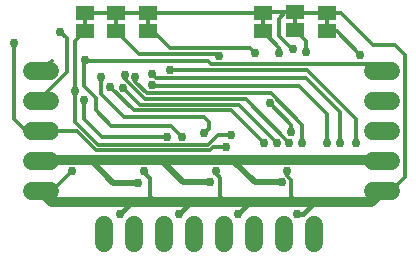
<source format=gbr>
G04 EAGLE Gerber RS-274X export*
G75*
%MOMM*%
%FSLAX34Y34*%
%LPD*%
%INBottom Copper*%
%IPPOS*%
%AMOC8*
5,1,8,0,0,1.08239X$1,22.5*%
G01*
%ADD10R,1.600200X1.168400*%
%ADD11C,1.524000*%
%ADD12C,0.756400*%
%ADD13C,0.304800*%
%ADD14C,0.812800*%
%ADD15C,0.508000*%
%ADD16C,0.406400*%


D10*
X95200Y254720D03*
X95200Y239480D03*
X121600Y254820D03*
X121600Y239580D03*
X148600Y254790D03*
X148600Y239550D03*
X246200Y254720D03*
X246200Y239480D03*
X273400Y255520D03*
X273400Y240280D03*
X300000Y255120D03*
X300000Y239880D03*
D11*
X288900Y75720D02*
X288900Y60480D01*
X263500Y60480D02*
X263500Y75720D01*
X238100Y75720D02*
X238100Y60480D01*
X212700Y60480D02*
X212700Y75720D01*
X187300Y75720D02*
X187300Y60480D01*
X161900Y60480D02*
X161900Y75720D01*
X136500Y75720D02*
X136500Y60480D01*
X111100Y60480D02*
X111100Y75720D01*
X65720Y104200D02*
X50480Y104200D01*
X50480Y129600D02*
X65720Y129600D01*
X65720Y155000D02*
X50480Y155000D01*
X50480Y180400D02*
X65720Y180400D01*
X65720Y205800D02*
X50480Y205800D01*
X339280Y205800D02*
X354520Y205800D01*
X354520Y180400D02*
X339280Y180400D01*
X339280Y155000D02*
X354520Y155000D01*
X354520Y129600D02*
X339280Y129600D01*
X339280Y104200D02*
X354520Y104200D01*
D12*
X152312Y203200D03*
D13*
X155712Y199800D01*
X310800Y171600D02*
X310800Y145000D01*
D12*
X310800Y145000D03*
D13*
X282600Y199800D02*
X155712Y199800D01*
X282600Y199800D02*
X310800Y171600D01*
D12*
X151741Y194112D03*
D13*
X154934Y194112D01*
X155418Y193628D01*
X230000Y193628D01*
X276372Y193628D01*
X300400Y169600D02*
X300400Y145000D01*
D12*
X300400Y145000D03*
D13*
X300400Y169600D02*
X276372Y193628D01*
D12*
X201100Y112300D03*
X262200Y111800D03*
D14*
X59100Y130600D02*
X58100Y129600D01*
X59100Y130600D02*
X100000Y130600D01*
X160000Y130600D01*
X220000Y130600D01*
D15*
X119300Y111300D02*
X100000Y130600D01*
X160000Y130600D02*
X178300Y112300D01*
X201100Y112300D01*
X220000Y130600D02*
X238800Y111800D01*
X262200Y111800D01*
X140300Y111300D02*
X119300Y111300D01*
D12*
X140300Y111300D03*
D14*
X345900Y130600D02*
X346900Y129600D01*
X345900Y130600D02*
X220000Y130600D01*
X67300Y95000D02*
X58100Y104200D01*
X67300Y95000D02*
X135000Y95000D01*
X155000Y95000D01*
X190000Y95000D01*
X215000Y95000D01*
X240000Y95000D01*
X275000Y95000D01*
X290000Y95000D01*
X337700Y95000D01*
D12*
X125000Y85000D03*
D16*
X135000Y95000D01*
D12*
X175000Y85000D03*
D16*
X185000Y95000D01*
D13*
X190000Y95000D01*
D12*
X225000Y85000D03*
D16*
X235000Y95000D01*
D13*
X240000Y95000D01*
D16*
X280000Y85000D02*
X290000Y95000D01*
X280000Y85000D02*
X275000Y85000D01*
D12*
X275000Y85000D03*
X145338Y120930D03*
D13*
X145338Y119662D01*
X150000Y115000D01*
X150000Y100000D02*
X155000Y95000D01*
X150000Y100000D02*
X150000Y115000D01*
D12*
X84300Y121230D03*
D13*
X67270Y104200D01*
X58100Y104200D01*
D12*
X205800Y120988D03*
D13*
X205800Y119200D01*
X210000Y115000D01*
X210000Y100000D01*
X215000Y95000D01*
D12*
X266700Y120930D03*
D13*
X266700Y116959D02*
X270000Y113659D01*
X266700Y116959D02*
X266700Y120930D01*
X270000Y113659D02*
X270000Y100000D01*
X275000Y95000D01*
X95300Y254820D02*
X95200Y254720D01*
X95300Y254820D02*
X121600Y254820D01*
X148570Y254820D01*
X148600Y254790D01*
X246130Y254790D01*
X246200Y254720D01*
X247000Y255520D01*
X265000Y255520D02*
X273400Y255520D01*
X265000Y255520D02*
X247000Y255520D01*
X273800Y255120D02*
X300000Y255120D01*
X273800Y255120D02*
X273400Y255520D01*
X365988Y219912D02*
X365988Y115988D01*
X365988Y219912D02*
X357884Y228016D01*
X338884Y228016D02*
X311780Y255120D01*
X338884Y228016D02*
X357884Y228016D01*
X311780Y255120D02*
X300000Y255120D01*
X365988Y115988D02*
X354200Y104200D01*
X346900Y104200D01*
D14*
X337700Y95000D01*
D12*
X271500Y224600D03*
D13*
X270400Y224600D01*
X259300Y235700D01*
X259300Y249820D02*
X265000Y255520D01*
X259300Y249820D02*
X259300Y235700D01*
D12*
X127238Y191638D03*
D13*
X141575Y177300D01*
X257630Y144970D02*
X258170Y144970D01*
X257630Y144970D02*
X225300Y177300D01*
D12*
X258170Y144970D03*
D13*
X225300Y177300D02*
X141575Y177300D01*
D12*
X116308Y192808D03*
D13*
X116408Y192808D01*
X136488Y172728D01*
X218672Y172728D01*
D12*
X246700Y144700D03*
D13*
X218672Y172728D01*
D12*
X215000Y141700D03*
D13*
X201106Y138740D02*
X104794Y138740D01*
X88534Y155000D02*
X58100Y155000D01*
X88534Y155000D02*
X104794Y138740D01*
X201106Y138740D02*
X204066Y141700D01*
X215000Y141700D01*
X35500Y230000D02*
X35000Y229500D01*
X35000Y165000D01*
X45000Y155000D01*
X58100Y155000D01*
D12*
X35500Y230000D03*
X177200Y150242D03*
D13*
X167942Y159500D01*
X117600Y159500D01*
X104500Y172600D01*
X104500Y183400D01*
X94700Y193200D02*
X94700Y215200D01*
X95000Y215200D01*
D12*
X95000Y215200D03*
D13*
X94700Y193200D02*
X104500Y183400D01*
X95800Y214400D02*
X95000Y215200D01*
X199641Y214400D02*
X202371Y211670D01*
X199641Y214400D02*
X95800Y214400D01*
X341030Y211670D02*
X346900Y205800D01*
X341030Y211670D02*
X202371Y211670D01*
X67000Y214700D02*
X58100Y205800D01*
D12*
X74500Y239100D03*
D13*
X80000Y233600D01*
X80000Y205000D01*
X58100Y183100D01*
X58100Y180400D01*
D12*
X87200Y189100D03*
D13*
X87200Y162800D01*
X106588Y143412D01*
X199312Y143412D02*
X207800Y151900D01*
X219000Y151900D01*
D12*
X219000Y151900D03*
D13*
X199312Y143412D02*
X106588Y143412D01*
X87200Y231480D02*
X95200Y239480D01*
X87200Y231480D02*
X87200Y189100D01*
X95200Y239480D02*
X95000Y239680D01*
X95000Y255000D01*
X121600Y239580D02*
X140880Y220300D01*
X207200Y220300D02*
X209000Y218500D01*
X207200Y220300D02*
X140880Y220300D01*
D12*
X209000Y218500D03*
D13*
X121600Y239580D02*
X121600Y251600D01*
X125000Y255000D01*
D12*
X239430Y221030D03*
D13*
X152977Y239550D02*
X148600Y239550D01*
X152977Y239550D02*
X166937Y225590D01*
X234869Y225590D02*
X239430Y221030D01*
X234869Y225590D02*
X166937Y225590D01*
X148600Y239550D02*
X148600Y253400D01*
X259900Y225780D02*
X259900Y221400D01*
X259900Y225780D02*
X246200Y239480D01*
D12*
X259900Y221400D03*
D13*
X246200Y239480D02*
X246200Y253900D01*
X246400Y254100D01*
X273400Y240280D02*
X282200Y231480D01*
X282200Y221800D01*
D12*
X282200Y221800D03*
D13*
X273400Y240280D02*
X273400Y255000D01*
X273700Y255300D01*
D12*
X164500Y150274D03*
D13*
X164300Y150474D01*
X109726Y150474D01*
D12*
X94711Y181130D03*
D13*
X94711Y165489D01*
X109726Y150474D01*
D12*
X251811Y178530D03*
D13*
X270000Y160341D01*
X270000Y153988D01*
D12*
X270000Y153988D03*
X328500Y219800D03*
D13*
X308431Y239880D01*
X300000Y239880D01*
X300000Y254900D01*
X299900Y255000D01*
D12*
X167400Y206700D03*
D13*
X283300Y206700D01*
X324406Y165594D02*
X324406Y145000D01*
D12*
X324406Y145000D03*
D13*
X324406Y165594D02*
X283300Y206700D01*
D12*
X137948Y200600D03*
D13*
X137948Y197052D01*
X279400Y160600D02*
X279400Y144500D01*
X279300Y144600D01*
X279300Y145000D01*
D12*
X279300Y145000D03*
D13*
X147800Y187200D02*
X137948Y197052D01*
X147800Y187200D02*
X252800Y187200D01*
X279400Y160600D01*
D12*
X129018Y202600D03*
D13*
X129018Y199516D01*
X146434Y182100D01*
X267400Y146000D02*
X267400Y145812D01*
X268312Y144900D01*
D12*
X268312Y144900D03*
D13*
X231300Y182100D02*
X146434Y182100D01*
X231300Y182100D02*
X267400Y146000D01*
D12*
X108620Y201300D03*
D13*
X108600Y201280D01*
X108600Y186400D01*
X128400Y166600D01*
X196100Y166600D01*
D12*
X196100Y153200D03*
D13*
X200000Y162700D02*
X196100Y166600D01*
X200000Y157100D02*
X196100Y153200D01*
X200000Y157100D02*
X200000Y162700D01*
M02*

</source>
